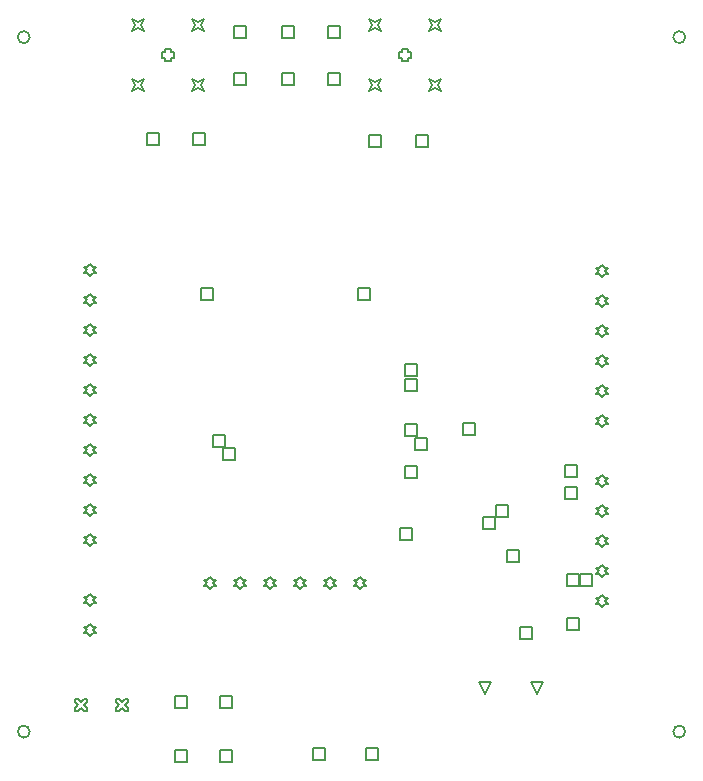
<source format=gbr>
%TF.GenerationSoftware,Altium Limited,Altium NEXUS,2.1.7 (73)*%
G04 Layer_Color=2752767*
%FSLAX44Y44*%
%MOMM*%
%TF.FileFunction,Drawing*%
%TF.Part,Single*%
G01*
G75*
%TA.AperFunction,NonConductor*%
%ADD39C,0.1270*%
%ADD87C,0.1693*%
D39*
X693420Y441960D02*
Y452120D01*
X703580D01*
Y441960D01*
X693420D01*
X388620Y795020D02*
Y805180D01*
X398780D01*
Y795020D01*
X388620D01*
X616580Y793750D02*
Y803910D01*
X626740D01*
Y793750D01*
X616580D01*
X576580D02*
Y803910D01*
X586740D01*
Y793750D01*
X576580D01*
X427990Y795020D02*
Y805180D01*
X438150D01*
Y795020D01*
X427990D01*
X542290Y845820D02*
Y855980D01*
X552450D01*
Y845820D01*
X542290D01*
X502920D02*
Y855980D01*
X513080D01*
Y845820D01*
X502920D01*
X462280D02*
Y855980D01*
X472440D01*
Y845820D01*
X462280D01*
X542290Y885820D02*
Y895980D01*
X552450D01*
Y885820D01*
X542290D01*
X502920D02*
Y895980D01*
X513080D01*
Y885820D01*
X502920D01*
X462280D02*
Y895980D01*
X472440D01*
Y885820D01*
X462280D01*
X718820Y330200D02*
X713740Y340360D01*
X723900D01*
X718820Y330200D01*
X674820D02*
X669740Y340360D01*
X679900D01*
X674820Y330200D01*
X340360Y455930D02*
X342900Y458470D01*
X345440D01*
X342900Y461010D01*
X345440Y463550D01*
X342900D01*
X340360Y466090D01*
X337820Y463550D01*
X335280D01*
X337820Y461010D01*
X335280Y458470D01*
X337820D01*
X340360Y455930D01*
Y481330D02*
X342900Y483870D01*
X345440D01*
X342900Y486410D01*
X345440Y488950D01*
X342900D01*
X340360Y491490D01*
X337820Y488950D01*
X335280D01*
X337820Y486410D01*
X335280Y483870D01*
X337820D01*
X340360Y481330D01*
X774370Y556260D02*
X776910Y558800D01*
X779450D01*
X776910Y561340D01*
X779450Y563880D01*
X776910D01*
X774370Y566420D01*
X771830Y563880D01*
X769290D01*
X771830Y561340D01*
X769290Y558800D01*
X771830D01*
X774370Y556260D01*
Y581660D02*
X776910Y584200D01*
X779450D01*
X776910Y586740D01*
X779450Y589280D01*
X776910D01*
X774370Y591820D01*
X771830Y589280D01*
X769290D01*
X771830Y586740D01*
X769290Y584200D01*
X771830D01*
X774370Y581660D01*
Y607060D02*
X776910Y609600D01*
X779450D01*
X776910Y612140D01*
X779450Y614680D01*
X776910D01*
X774370Y617220D01*
X771830Y614680D01*
X769290D01*
X771830Y612140D01*
X769290Y609600D01*
X771830D01*
X774370Y607060D01*
Y632460D02*
X776910Y635000D01*
X779450D01*
X776910Y637540D01*
X779450Y640080D01*
X776910D01*
X774370Y642620D01*
X771830Y640080D01*
X769290D01*
X771830Y637540D01*
X769290Y635000D01*
X771830D01*
X774370Y632460D01*
Y657860D02*
X776910Y660400D01*
X779450D01*
X776910Y662940D01*
X779450Y665480D01*
X776910D01*
X774370Y668020D01*
X771830Y665480D01*
X769290D01*
X771830Y662940D01*
X769290Y660400D01*
X771830D01*
X774370Y657860D01*
Y683260D02*
X776910Y685800D01*
X779450D01*
X776910Y688340D01*
X779450Y690880D01*
X776910D01*
X774370Y693420D01*
X771830Y690880D01*
X769290D01*
X771830Y688340D01*
X769290Y685800D01*
X771830D01*
X774370Y683260D01*
X340360Y405130D02*
X342900Y407670D01*
X345440D01*
X342900Y410210D01*
X345440Y412750D01*
X342900D01*
X340360Y415290D01*
X337820Y412750D01*
X335280D01*
X337820Y410210D01*
X335280Y407670D01*
X337820D01*
X340360Y405130D01*
Y379730D02*
X342900Y382270D01*
X345440D01*
X342900Y384810D01*
X345440Y387350D01*
X342900D01*
X340360Y389890D01*
X337820Y387350D01*
X335280D01*
X337820Y384810D01*
X335280Y382270D01*
X337820D01*
X340360Y379730D01*
Y684530D02*
X342900Y687070D01*
X345440D01*
X342900Y689610D01*
X345440Y692150D01*
X342900D01*
X340360Y694690D01*
X337820Y692150D01*
X335280D01*
X337820Y689610D01*
X335280Y687070D01*
X337820D01*
X340360Y684530D01*
Y659130D02*
X342900Y661670D01*
X345440D01*
X342900Y664210D01*
X345440Y666750D01*
X342900D01*
X340360Y669290D01*
X337820Y666750D01*
X335280D01*
X337820Y664210D01*
X335280Y661670D01*
X337820D01*
X340360Y659130D01*
Y633730D02*
X342900Y636270D01*
X345440D01*
X342900Y638810D01*
X345440Y641350D01*
X342900D01*
X340360Y643890D01*
X337820Y641350D01*
X335280D01*
X337820Y638810D01*
X335280Y636270D01*
X337820D01*
X340360Y633730D01*
Y608330D02*
X342900Y610870D01*
X345440D01*
X342900Y613410D01*
X345440Y615950D01*
X342900D01*
X340360Y618490D01*
X337820Y615950D01*
X335280D01*
X337820Y613410D01*
X335280Y610870D01*
X337820D01*
X340360Y608330D01*
Y582930D02*
X342900Y585470D01*
X345440D01*
X342900Y588010D01*
X345440Y590550D01*
X342900D01*
X340360Y593090D01*
X337820Y590550D01*
X335280D01*
X337820Y588010D01*
X335280Y585470D01*
X337820D01*
X340360Y582930D01*
Y557530D02*
X342900Y560070D01*
X345440D01*
X342900Y562610D01*
X345440Y565150D01*
X342900D01*
X340360Y567690D01*
X337820Y565150D01*
X335280D01*
X337820Y562610D01*
X335280Y560070D01*
X337820D01*
X340360Y557530D01*
Y532130D02*
X342900Y534670D01*
X345440D01*
X342900Y537210D01*
X345440Y539750D01*
X342900D01*
X340360Y542290D01*
X337820Y539750D01*
X335280D01*
X337820Y537210D01*
X335280Y534670D01*
X337820D01*
X340360Y532130D01*
Y506730D02*
X342900Y509270D01*
X345440D01*
X342900Y511810D01*
X345440Y514350D01*
X342900D01*
X340360Y516890D01*
X337820Y514350D01*
X335280D01*
X337820Y511810D01*
X335280Y509270D01*
X337820D01*
X340360Y506730D01*
X576570Y840890D02*
X579110Y845970D01*
X576570Y851050D01*
X581650Y848510D01*
X586730Y851050D01*
X584190Y845970D01*
X586730Y840890D01*
X581650Y843430D01*
X576570Y840890D01*
Y891690D02*
X579110Y896770D01*
X576570Y901850D01*
X581650Y899310D01*
X586730Y901850D01*
X584190Y896770D01*
X586730Y891690D01*
X581650Y894230D01*
X576570Y891690D01*
X627370D02*
X629910Y896770D01*
X627370Y901850D01*
X632450Y899310D01*
X637530Y901850D01*
X634990Y896770D01*
X637530Y891690D01*
X632450Y894230D01*
X627370Y891690D01*
X604510Y868830D02*
Y866290D01*
X609590D01*
Y868830D01*
X612130D01*
Y873910D01*
X609590D01*
Y876450D01*
X604510D01*
Y873910D01*
X601970D01*
Y868830D01*
X604510D01*
X627370Y840890D02*
X629910Y845970D01*
X627370Y851050D01*
X632450Y848510D01*
X637530Y851050D01*
X634990Y845970D01*
X637530Y840890D01*
X632450Y843430D01*
X627370Y840890D01*
X376250Y840940D02*
X378790Y846020D01*
X376250Y851100D01*
X381330Y848560D01*
X386410Y851100D01*
X383870Y846020D01*
X386410Y840940D01*
X381330Y843480D01*
X376250Y840940D01*
Y891740D02*
X378790Y896820D01*
X376250Y901900D01*
X381330Y899360D01*
X386410Y901900D01*
X383870Y896820D01*
X386410Y891740D01*
X381330Y894280D01*
X376250Y891740D01*
X427050D02*
X429590Y896820D01*
X427050Y901900D01*
X432130Y899360D01*
X437210Y901900D01*
X434670Y896820D01*
X437210Y891740D01*
X432130Y894280D01*
X427050Y891740D01*
X404190Y868880D02*
Y866340D01*
X409270D01*
Y868880D01*
X411810D01*
Y873960D01*
X409270D01*
Y876500D01*
X404190D01*
Y873960D01*
X401650D01*
Y868880D01*
X404190D01*
X427050Y840940D02*
X429590Y846020D01*
X427050Y851100D01*
X432130Y848560D01*
X437210Y851100D01*
X434670Y846020D01*
X437210Y840940D01*
X432130Y843480D01*
X427050Y840940D01*
X327660Y316230D02*
X330200D01*
X332740Y318770D01*
X335280Y316230D01*
X337820D01*
Y318770D01*
X335280Y321310D01*
X337820Y323850D01*
Y326390D01*
X335280D01*
X332740Y323850D01*
X330200Y326390D01*
X327660D01*
Y323850D01*
X330200Y321310D01*
X327660Y318770D01*
Y316230D01*
X362660D02*
X365200D01*
X367740Y318770D01*
X370280Y316230D01*
X372820D01*
Y318770D01*
X370280Y321310D01*
X372820Y323850D01*
Y326390D01*
X370280D01*
X367740Y323850D01*
X365200Y326390D01*
X362660D01*
Y323850D01*
X365200Y321310D01*
X362660Y318770D01*
Y316230D01*
X774370Y403860D02*
X776910Y406400D01*
X779450D01*
X776910Y408940D01*
X779450Y411480D01*
X776910D01*
X774370Y414020D01*
X771830Y411480D01*
X769290D01*
X771830Y408940D01*
X769290Y406400D01*
X771830D01*
X774370Y403860D01*
Y429260D02*
X776910Y431800D01*
X779450D01*
X776910Y434340D01*
X779450Y436880D01*
X776910D01*
X774370Y439420D01*
X771830Y436880D01*
X769290D01*
X771830Y434340D01*
X769290Y431800D01*
X771830D01*
X774370Y429260D01*
Y454660D02*
X776910Y457200D01*
X779450D01*
X776910Y459740D01*
X779450Y462280D01*
X776910D01*
X774370Y464820D01*
X771830Y462280D01*
X769290D01*
X771830Y459740D01*
X769290Y457200D01*
X771830D01*
X774370Y454660D01*
Y480060D02*
X776910Y482600D01*
X779450D01*
X776910Y485140D01*
X779450Y487680D01*
X776910D01*
X774370Y490220D01*
X771830Y487680D01*
X769290D01*
X771830Y485140D01*
X769290Y482600D01*
X771830D01*
X774370Y480060D01*
Y505460D02*
X776910Y508000D01*
X779450D01*
X776910Y510540D01*
X779450Y513080D01*
X776910D01*
X774370Y515620D01*
X771830Y513080D01*
X769290D01*
X771830Y510540D01*
X769290Y508000D01*
X771830D01*
X774370Y505460D01*
X568960Y419100D02*
X571500Y421640D01*
X574040D01*
X571500Y424180D01*
X574040Y426720D01*
X571500D01*
X568960Y429260D01*
X566420Y426720D01*
X563880D01*
X566420Y424180D01*
X563880Y421640D01*
X566420D01*
X568960Y419100D01*
X543560D02*
X546100Y421640D01*
X548640D01*
X546100Y424180D01*
X548640Y426720D01*
X546100D01*
X543560Y429260D01*
X541020Y426720D01*
X538480D01*
X541020Y424180D01*
X538480Y421640D01*
X541020D01*
X543560Y419100D01*
X518160D02*
X520700Y421640D01*
X523240D01*
X520700Y424180D01*
X523240Y426720D01*
X520700D01*
X518160Y429260D01*
X515620Y426720D01*
X513080D01*
X515620Y424180D01*
X513080Y421640D01*
X515620D01*
X518160Y419100D01*
X492760D02*
X495300Y421640D01*
X497840D01*
X495300Y424180D01*
X497840Y426720D01*
X495300D01*
X492760Y429260D01*
X490220Y426720D01*
X487680D01*
X490220Y424180D01*
X487680Y421640D01*
X490220D01*
X492760Y419100D01*
X467360D02*
X469900Y421640D01*
X472440D01*
X469900Y424180D01*
X472440Y426720D01*
X469900D01*
X467360Y429260D01*
X464820Y426720D01*
X462280D01*
X464820Y424180D01*
X462280Y421640D01*
X464820D01*
X467360Y419100D01*
X441960D02*
X444500Y421640D01*
X447040D01*
X444500Y424180D01*
X447040Y426720D01*
X444500D01*
X441960Y429260D01*
X439420Y426720D01*
X436880D01*
X439420Y424180D01*
X436880Y421640D01*
X439420D01*
X441960Y419100D01*
X529590Y274320D02*
Y284480D01*
X539750D01*
Y274320D01*
X529590D01*
X574040D02*
Y284480D01*
X584200D01*
Y274320D01*
X574040D01*
X755650Y421640D02*
Y431800D01*
X765810D01*
Y421640D01*
X755650D01*
X744220Y384810D02*
Y394970D01*
X754380D01*
Y384810D01*
X744220D01*
Y421640D02*
Y431800D01*
X754380D01*
Y421640D01*
X744220D01*
X656590Y549910D02*
Y560070D01*
X666750D01*
Y549910D01*
X656590D01*
X684530Y480060D02*
Y490220D01*
X694690D01*
Y480060D01*
X684530D01*
X607060Y513080D02*
Y523240D01*
X617220D01*
Y513080D01*
X607060D01*
X673100Y469900D02*
Y480060D01*
X683260D01*
Y469900D01*
X673100D01*
X603250Y461010D02*
Y471170D01*
X613410D01*
Y461010D01*
X603250D01*
X742950Y514350D02*
Y524510D01*
X753110D01*
Y514350D01*
X742950D01*
X742690Y495560D02*
Y505720D01*
X752850D01*
Y495560D01*
X742690D01*
X704850Y377190D02*
Y387350D01*
X715010D01*
Y377190D01*
X704850D01*
X450850Y273050D02*
Y283210D01*
X461010D01*
Y273050D01*
X450850D01*
Y318770D02*
Y328930D01*
X461010D01*
Y318770D01*
X450850D01*
X412750Y273050D02*
Y283210D01*
X422910D01*
Y273050D01*
X412750D01*
Y318770D02*
Y328930D01*
X422910D01*
Y318770D01*
X412750D01*
X615950Y537210D02*
Y547370D01*
X626110D01*
Y537210D01*
X615950D01*
X567690Y664210D02*
Y674370D01*
X577850D01*
Y664210D01*
X567690D01*
X434340D02*
Y674370D01*
X444500D01*
Y664210D01*
X434340D01*
X444500Y539750D02*
Y549910D01*
X454660D01*
Y539750D01*
X444500D01*
X453390Y528320D02*
Y538480D01*
X463550D01*
Y528320D01*
X453390D01*
X607060Y599440D02*
Y609600D01*
X617220D01*
Y599440D01*
X607060D01*
Y586740D02*
Y596900D01*
X617220D01*
Y586740D01*
X607060D01*
Y548640D02*
Y558800D01*
X617220D01*
Y548640D01*
X607060D01*
D87*
X289560Y886460D02*
G03*
X289560Y886460I-5080J0D01*
G01*
X844550D02*
G03*
X844550Y886460I-5080J0D01*
G01*
Y298450D02*
G03*
X844550Y298450I-5080J0D01*
G01*
X289560D02*
G03*
X289560Y298450I-5080J0D01*
G01*
%TF.MD5,2f478093e56ae662cb2fe99d0fb445b6*%
M02*

</source>
